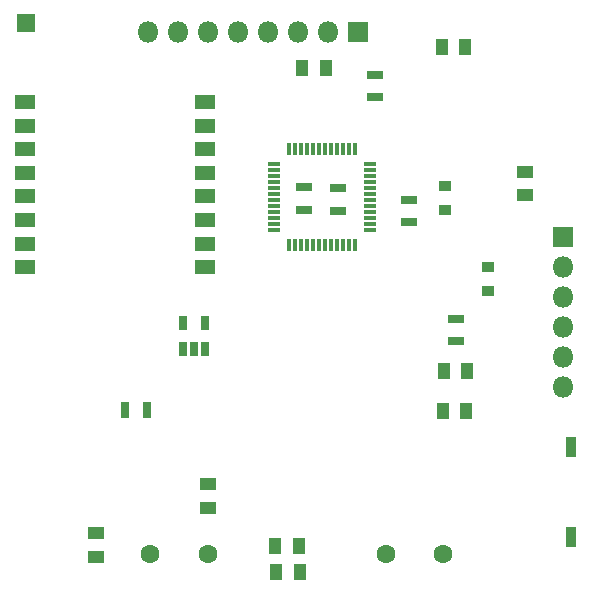
<source format=gts>
G04 #@! TF.GenerationSoftware,KiCad,Pcbnew,5.1.6-c6e7f7d~87~ubuntu18.04.1*
G04 #@! TF.CreationDate,2020-10-14T05:15:15+05:30*
G04 #@! TF.ProjectId,FrontEnd_4S,46726f6e-7445-46e6-945f-34532e6b6963,rev?*
G04 #@! TF.SameCoordinates,Original*
G04 #@! TF.FileFunction,Soldermask,Top*
G04 #@! TF.FilePolarity,Negative*
%FSLAX46Y46*%
G04 Gerber Fmt 4.6, Leading zero omitted, Abs format (unit mm)*
G04 Created by KiCad (PCBNEW 5.1.6-c6e7f7d~87~ubuntu18.04.1) date 2020-10-14 05:15:15*
%MOMM*%
%LPD*%
G01*
G04 APERTURE LIST*
%ADD10R,1.800000X1.800000*%
%ADD11O,1.800000X1.800000*%
%ADD12R,1.100000X0.330000*%
%ADD13R,0.330000X1.100000*%
%ADD14R,1.400000X0.800000*%
%ADD15R,0.800000X1.400000*%
%ADD16R,1.624000X1.624000*%
%ADD17R,1.100000X1.350000*%
%ADD18R,1.350000X1.100000*%
%ADD19R,1.000000X0.900000*%
%ADD20R,0.860000X1.700000*%
%ADD21R,0.750000X1.160000*%
%ADD22R,1.800000X1.300000*%
%ADD23C,1.600000*%
G04 APERTURE END LIST*
D10*
X140757000Y-85956100D03*
D11*
X140757000Y-88496100D03*
X140757000Y-91036100D03*
X140757000Y-93576100D03*
X140757000Y-96116100D03*
X140757000Y-98656100D03*
D12*
X116299000Y-84836000D03*
D13*
X117569000Y-78486000D03*
X118077000Y-78486000D03*
X118585000Y-78486000D03*
X119093000Y-78486000D03*
X119601000Y-78486000D03*
X120109000Y-78486000D03*
X120617000Y-78486000D03*
X121125000Y-78486000D03*
X121633000Y-78486000D03*
X122141000Y-78486000D03*
X122649000Y-78486000D03*
X123157000Y-78486000D03*
D12*
X124427000Y-79756000D03*
X124427000Y-80264000D03*
X124427000Y-81280000D03*
X124427000Y-81788000D03*
X124427000Y-82296000D03*
X124427000Y-82804000D03*
X124427000Y-83312000D03*
X124427000Y-83820000D03*
X124427000Y-84328000D03*
X124427000Y-84836000D03*
X124427000Y-85344000D03*
D13*
X122649000Y-86614000D03*
X122141000Y-86614000D03*
X121633000Y-86614000D03*
X121125000Y-86614000D03*
X120617000Y-86614000D03*
X120109000Y-86614000D03*
X119601000Y-86614000D03*
X119093000Y-86614000D03*
X118585000Y-86614000D03*
X118077000Y-86614000D03*
X117569000Y-86614000D03*
D12*
X116299000Y-85344000D03*
X116299000Y-84328000D03*
X116299000Y-83820000D03*
X116299000Y-83312000D03*
X116299000Y-82804000D03*
X116299000Y-82296000D03*
X116299000Y-81788000D03*
X116299000Y-81280000D03*
X116299000Y-80772000D03*
X116299000Y-80264000D03*
X116299000Y-79756000D03*
D13*
X123157000Y-86614000D03*
D12*
X124427000Y-80772000D03*
D14*
X121666000Y-83736300D03*
X121666000Y-81836300D03*
X124818000Y-72235000D03*
X124818000Y-74135000D03*
D15*
X103647000Y-100576000D03*
X105547000Y-100576000D03*
D16*
X95265200Y-67843400D03*
D17*
X120657000Y-71607700D03*
X118657000Y-71607700D03*
D18*
X137536000Y-80407000D03*
X137536000Y-82407000D03*
X101237000Y-113009000D03*
X101237000Y-111009000D03*
X110683000Y-108874000D03*
X110683000Y-106874000D03*
D17*
X118358000Y-112141000D03*
X116358000Y-112141000D03*
X116470000Y-114303000D03*
X118470000Y-114303000D03*
X132559000Y-100663000D03*
X130559000Y-100663000D03*
X132653000Y-97307400D03*
X130653000Y-97307400D03*
X132481000Y-69885600D03*
X130481000Y-69885600D03*
D19*
X130752000Y-83696500D03*
X130752000Y-81596500D03*
X134379000Y-88464700D03*
X134379000Y-90564700D03*
D11*
X105584000Y-68613000D03*
X108124000Y-68613000D03*
X110664000Y-68613000D03*
X113204000Y-68613000D03*
X115744000Y-68613000D03*
X118284000Y-68613000D03*
X120824000Y-68613000D03*
D10*
X123364000Y-68613000D03*
D14*
X127704000Y-82809000D03*
X127704000Y-84709000D03*
X118788000Y-83649900D03*
X118788000Y-81749900D03*
X131656000Y-94775100D03*
X131656000Y-92875100D03*
D20*
X141387000Y-103746000D03*
X141387000Y-111366000D03*
D21*
X108544000Y-93258500D03*
X110444000Y-93258500D03*
X110444000Y-95458500D03*
X109494000Y-95458500D03*
X108544000Y-95458500D03*
D22*
X95161200Y-74518800D03*
X95161200Y-76518800D03*
X95161200Y-78518800D03*
X95161200Y-80518800D03*
X95161200Y-82518800D03*
X95161200Y-84518800D03*
X95161200Y-86518800D03*
X95161200Y-88518800D03*
X110391200Y-88518800D03*
X110391200Y-86518800D03*
X110391200Y-84518800D03*
X110391200Y-82518800D03*
X110391200Y-80518800D03*
X110391200Y-78518800D03*
X110391200Y-76518800D03*
X110391200Y-74518800D03*
D23*
X105773000Y-112784000D03*
X110653000Y-112784000D03*
X130615000Y-112789000D03*
X125735000Y-112789000D03*
M02*

</source>
